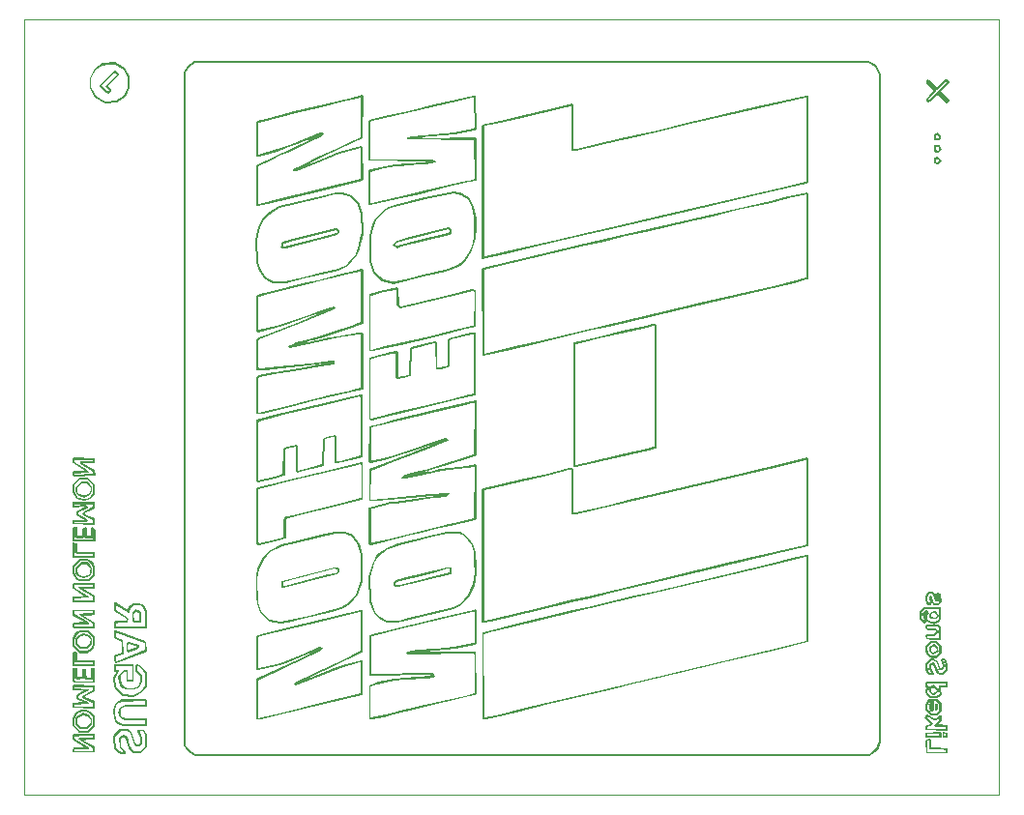
<source format=gbo>
G04 Layer: BottomSilkscreenLayer*
G04 EasyEDA v6.5.37, 2024-09-25 03:55:15*
G04 7e8e10f67f6b4ae2816efe54b0c62c6c,10*
G04 Gerber Generator version 0.2*
G04 Scale: 100 percent, Rotated: No, Reflected: No *
G04 Dimensions in inches *
G04 leading zeros omitted , absolute positions ,3 integer and 6 decimal *
%FSLAX36Y36*%
%MOIN*%

%ADD10C,0.0001*%

%LPD*%
G36*
X288660Y-298580D02*
G01*
X288660Y-301340D01*
X3648220Y-302480D01*
X3648220Y-2970320D01*
X291780Y-2970320D01*
X291780Y-301340D01*
X288660Y-301340D01*
X288660Y-2975000D01*
X3651340Y-2975000D01*
X3651340Y-298580D01*
G37*
G36*
X3196700Y-440340D02*
G01*
X875879Y-442320D01*
X850920Y-457000D01*
X837660Y-481640D01*
X837660Y-483400D01*
X843720Y-483400D01*
X856360Y-461019D01*
X879380Y-448300D01*
X3197240Y-448300D01*
X3221019Y-461120D01*
X3234900Y-488800D01*
X3234760Y-2788620D01*
X3225120Y-2813580D01*
X3199820Y-2831500D01*
X879380Y-2831500D01*
X857159Y-2819160D01*
X845759Y-2801100D01*
X843720Y-483400D01*
X837660Y-483400D01*
X837660Y-2800920D01*
X853820Y-2825520D01*
X878139Y-2837740D01*
X3202500Y-2837740D01*
X3230160Y-2818260D01*
X3240840Y-2791740D01*
X3241139Y-487239D01*
X3225600Y-456260D01*
G37*
G36*
X600620Y-446580D02*
G01*
X558480Y-449460D01*
X530340Y-467800D01*
X513240Y-500300D01*
X513240Y-532620D01*
X519480Y-532620D01*
X519480Y-502500D01*
X535200Y-472480D01*
X558920Y-457000D01*
X576420Y-454799D01*
X600980Y-454540D01*
X630200Y-470340D01*
X645780Y-499000D01*
X645660Y-534860D01*
X632560Y-560460D01*
X606060Y-578900D01*
X569500Y-581180D01*
X537420Y-563960D01*
X519480Y-532620D01*
X513240Y-532620D01*
X513240Y-535240D01*
X532860Y-568980D01*
X568620Y-588440D01*
X608620Y-585280D01*
X637160Y-565400D01*
X651900Y-536420D01*
X652060Y-496500D01*
X639040Y-472480D01*
X633280Y-464099D01*
G37*
G36*
X600320Y-474820D02*
G01*
X549120Y-523740D01*
X549120Y-529140D01*
X555360Y-529140D01*
X555360Y-526840D01*
X601780Y-482720D01*
X606580Y-488080D01*
X569540Y-527060D01*
X569400Y-531920D01*
X580320Y-542500D01*
X580320Y-546560D01*
X575200Y-546560D01*
X555360Y-529140D01*
X549120Y-529140D01*
X549120Y-531340D01*
X569620Y-550960D01*
X578740Y-554740D01*
X586500Y-549640D01*
X588520Y-541640D01*
X576700Y-529560D01*
X608040Y-495880D01*
X614640Y-489920D01*
X614640Y-486640D01*
X603080Y-474820D01*
G37*
G36*
X3463460Y-504460D02*
G01*
X3434580Y-533200D01*
X3408820Y-507440D01*
X3401320Y-505560D01*
X3397120Y-511280D01*
X3397120Y-516719D01*
X3403360Y-516719D01*
X3403360Y-513800D01*
X3406460Y-513800D01*
X3432380Y-540320D01*
X3436840Y-540320D01*
X3465419Y-511860D01*
X3469120Y-514140D01*
X3438660Y-545140D01*
X3460360Y-567620D01*
X3469440Y-577760D01*
X3465320Y-577760D01*
X3436280Y-549280D01*
X3406480Y-576200D01*
X3404920Y-576200D01*
X3404920Y-572960D01*
X3431440Y-545460D01*
X3431440Y-542600D01*
X3403360Y-516719D01*
X3397120Y-516719D01*
X3397120Y-519720D01*
X3422080Y-543200D01*
X3422080Y-545900D01*
X3406300Y-561380D01*
X3397120Y-575180D01*
X3397120Y-580760D01*
X3403159Y-584000D01*
X3410820Y-581080D01*
X3435320Y-559040D01*
X3437100Y-559040D01*
X3467480Y-587540D01*
X3476660Y-578740D01*
X3476660Y-575720D01*
X3448100Y-544780D01*
X3476660Y-516079D01*
X3476660Y-512840D01*
X3467919Y-504460D01*
G37*
G36*
X1453860Y-559640D02*
G01*
X1407740Y-571140D01*
X1219000Y-616860D01*
X1133220Y-638460D01*
X1091640Y-649120D01*
X1089080Y-651840D01*
X1088066Y-763100D01*
X1093340Y-763100D01*
X1095400Y-656520D01*
X1097480Y-654220D01*
X1239280Y-618660D01*
X1298560Y-604360D01*
X1387460Y-582700D01*
X1435800Y-571280D01*
X1444840Y-568400D01*
X1449060Y-568400D01*
X1449019Y-701760D01*
X1446720Y-705320D01*
X1403060Y-725580D01*
X1371860Y-740300D01*
X1301680Y-772980D01*
X1244885Y-800800D01*
X1261380Y-800800D01*
X1263460Y-798720D01*
X1265540Y-800800D01*
X1244885Y-800800D01*
X1215120Y-815380D01*
X1215120Y-820740D01*
X1220040Y-822620D01*
X1228280Y-822620D01*
X1293880Y-795699D01*
X1374980Y-761940D01*
X1423320Y-749080D01*
X1445100Y-743080D01*
X1449060Y-743080D01*
X1449060Y-849140D01*
X1448040Y-849140D01*
X1311040Y-883259D01*
X1162860Y-919160D01*
X1109840Y-931780D01*
X1098560Y-934920D01*
X1093420Y-934920D01*
X1094240Y-804900D01*
X1139460Y-783760D01*
X1175340Y-766740D01*
X1203420Y-753640D01*
X1286080Y-714740D01*
X1306360Y-703660D01*
X1319600Y-694580D01*
X1319600Y-691860D01*
X1317720Y-686940D01*
X1312440Y-686940D01*
X1309480Y-689720D01*
X1194060Y-735680D01*
X1162860Y-746400D01*
X1096140Y-764840D01*
X1093340Y-763100D01*
X1088066Y-763100D01*
X1088000Y-770380D01*
X1097520Y-771300D01*
X1159740Y-754180D01*
X1192500Y-743460D01*
X1239380Y-724520D01*
X1268600Y-713379D01*
X1268660Y-713439D01*
X1270740Y-713439D01*
X1272820Y-711380D01*
X1274900Y-713439D01*
X1268660Y-713439D01*
X1270000Y-714800D01*
X1095200Y-797180D01*
X1087220Y-802420D01*
X1087220Y-937440D01*
X1091360Y-943120D01*
X1126980Y-934640D01*
X1306360Y-891160D01*
X1452960Y-855020D01*
X1456900Y-850060D01*
X1456080Y-737960D01*
X1450940Y-734720D01*
X1373120Y-755620D01*
X1312600Y-780819D01*
X1267640Y-799260D01*
X1266100Y-797700D01*
X1317260Y-773160D01*
X1423320Y-723580D01*
X1454520Y-708000D01*
X1456960Y-563380D01*
G37*
G36*
X1836579Y-560460D02*
G01*
X1700960Y-592560D01*
X1612060Y-613700D01*
X1530160Y-633280D01*
X1479480Y-645300D01*
X1475580Y-648319D01*
X1475580Y-785020D01*
X1478160Y-786620D01*
X1674340Y-788820D01*
X1668200Y-791200D01*
X1607380Y-794640D01*
X1564220Y-797640D01*
X1533920Y-803720D01*
X1482600Y-816440D01*
X1475580Y-819440D01*
X1475580Y-931800D01*
X1481780Y-931800D01*
X1482600Y-823640D01*
X1527820Y-811860D01*
X1566819Y-804120D01*
X1622960Y-800699D01*
X1635440Y-799419D01*
X1669760Y-797380D01*
X1704079Y-793020D01*
X1706420Y-793000D01*
X1706420Y-787320D01*
X1694300Y-780520D01*
X1481819Y-780520D01*
X1481819Y-652560D01*
X1488839Y-649700D01*
X1778940Y-580880D01*
X1832360Y-568420D01*
X1839040Y-567620D01*
X1839760Y-672940D01*
X1835080Y-674280D01*
X1769580Y-689820D01*
X1663520Y-697760D01*
X1624520Y-700879D01*
X1607480Y-704140D01*
X1604480Y-707140D01*
X1610180Y-713420D01*
X1839060Y-714220D01*
X1839760Y-846580D01*
X1835860Y-850480D01*
X1817920Y-854000D01*
X1813800Y-855380D01*
X1753980Y-869360D01*
X1655720Y-892680D01*
X1602700Y-905420D01*
X1501320Y-928680D01*
X1488839Y-931740D01*
X1475580Y-931800D01*
X1475580Y-938139D01*
X1480560Y-940060D01*
X1569940Y-919740D01*
X1651040Y-900660D01*
X1750860Y-876919D01*
X1822620Y-859960D01*
X1844220Y-855220D01*
X1846780Y-853640D01*
X1846780Y-709160D01*
X1842040Y-705220D01*
X1666639Y-707240D01*
X1655720Y-704680D01*
X1688480Y-702640D01*
X1730580Y-699440D01*
X1771140Y-696080D01*
X1838200Y-680460D01*
X1846819Y-677180D01*
X1846000Y-561380D01*
G37*
G36*
X2983020Y-560500D02*
G01*
X2816139Y-599740D01*
X2574380Y-655620D01*
X2469880Y-680420D01*
X2391900Y-697960D01*
X2343540Y-710180D01*
X2260240Y-729080D01*
X2194300Y-744640D01*
X2182120Y-744640D01*
X2182080Y-594140D01*
X2179400Y-589920D01*
X2112720Y-605720D01*
X1997300Y-632200D01*
X1945760Y-644599D01*
X1869400Y-660720D01*
X1865500Y-663920D01*
X1865500Y-1117620D01*
X1873300Y-1117620D01*
X1873300Y-666900D01*
X1894360Y-662120D01*
X1945820Y-651280D01*
X2005100Y-637240D01*
X2142340Y-605640D01*
X2172540Y-598040D01*
X2174320Y-598040D01*
X2174320Y-748700D01*
X2178060Y-752440D01*
X2189760Y-752440D01*
X2288960Y-729220D01*
X2332620Y-719520D01*
X2407500Y-701220D01*
X2505760Y-678880D01*
X2583740Y-660220D01*
X2792740Y-611960D01*
X2979900Y-568260D01*
X2983800Y-566940D01*
X2983800Y-857039D01*
X2979900Y-858460D01*
X2915960Y-873900D01*
X2727220Y-917880D01*
X2526040Y-964900D01*
X2284280Y-1022120D01*
X2225020Y-1034880D01*
X2128300Y-1058000D01*
X1948940Y-1100060D01*
X1878760Y-1115980D01*
X1873300Y-1117620D01*
X1865500Y-1117620D01*
X1865500Y-1123020D01*
X1868980Y-1126500D01*
X1881740Y-1122000D01*
X1958300Y-1104740D01*
X2023820Y-1089160D01*
X2136100Y-1063020D01*
X2220340Y-1042800D01*
X2279600Y-1029920D01*
X2529140Y-970960D01*
X2795860Y-908600D01*
X2852000Y-895720D01*
X2983020Y-864720D01*
X2990020Y-861700D01*
X2990860Y-637800D01*
X2990820Y-561380D01*
G37*
G36*
X3436880Y-688940D02*
G01*
X3423480Y-694659D01*
X3424100Y-708760D01*
X3429880Y-708760D01*
X3429880Y-699520D01*
X3435720Y-696400D01*
X3440320Y-701760D01*
X3441920Y-704880D01*
X3440520Y-708760D01*
X3424100Y-708760D01*
X3424420Y-715780D01*
X3443740Y-716720D01*
X3448460Y-708000D01*
X3448580Y-702460D01*
X3440520Y-690280D01*
G37*
G36*
X3443759Y-732020D02*
G01*
X3424420Y-732940D01*
X3424101Y-739960D01*
X3440460Y-739960D01*
X3442340Y-744900D01*
X3442340Y-747280D01*
X3436360Y-752680D01*
X3429880Y-749220D01*
X3429880Y-739960D01*
X3424101Y-739960D01*
X3423480Y-754100D01*
X3434440Y-758680D01*
X3438440Y-758660D01*
X3450340Y-747740D01*
X3448200Y-740740D01*
G37*
G36*
X3438020Y-770759D02*
G01*
X3423500Y-776320D01*
X3424124Y-788160D01*
X3429880Y-788160D01*
X3429880Y-780720D01*
X3436340Y-778680D01*
X3442340Y-784120D01*
X3442260Y-785980D01*
X3435160Y-791120D01*
X3429880Y-788160D01*
X3424124Y-788160D01*
X3424420Y-793780D01*
X3437640Y-798340D01*
X3451760Y-784500D01*
G37*
G36*
X1769280Y-890740D02*
G01*
X1716560Y-901000D01*
X1668400Y-911700D01*
X1563700Y-939539D01*
X1545540Y-944840D01*
X1523140Y-959680D01*
X1499760Y-980320D01*
X1490900Y-999659D01*
X1483640Y-1019920D01*
X1476579Y-1044880D01*
X1476594Y-1046440D01*
X1483200Y-1046440D01*
X1494259Y-1008100D01*
X1505280Y-984060D01*
X1515360Y-975300D01*
X1538340Y-956620D01*
X1552780Y-949440D01*
X1671320Y-917700D01*
X1735260Y-903960D01*
X1769580Y-897520D01*
X1782060Y-900819D01*
X1796100Y-905860D01*
X1812040Y-914700D01*
X1816620Y-920100D01*
X1831660Y-946140D01*
X1838980Y-980819D01*
X1838720Y-1044880D01*
X1833200Y-1071400D01*
X1827700Y-1087000D01*
X1819940Y-1102600D01*
X1801720Y-1132220D01*
X1780500Y-1145280D01*
X1759460Y-1154700D01*
X1737520Y-1161240D01*
X1663520Y-1179440D01*
X1602700Y-1194100D01*
X1565580Y-1203200D01*
X1555760Y-1203200D01*
X1526459Y-1196800D01*
X1498020Y-1170680D01*
X1484180Y-1133780D01*
X1483200Y-1046440D01*
X1476594Y-1046440D01*
X1477420Y-1133400D01*
X1491360Y-1172780D01*
X1522840Y-1202700D01*
X1560760Y-1211140D01*
X1665080Y-1185820D01*
X1739940Y-1167540D01*
X1766459Y-1159220D01*
X1789860Y-1147560D01*
X1807040Y-1136500D01*
X1830820Y-1096360D01*
X1838760Y-1076080D01*
X1843940Y-1054240D01*
X1846320Y-1016800D01*
X1846780Y-986100D01*
X1838500Y-945060D01*
X1819740Y-912320D01*
X1814820Y-908400D01*
X1789860Y-896020D01*
G37*
G36*
X2987220Y-894240D02*
G01*
X2908159Y-911720D01*
X2859800Y-923720D01*
X2290520Y-1056680D01*
X2192260Y-1079980D01*
X2025360Y-1118760D01*
X1872520Y-1154880D01*
X1865780Y-1157760D01*
X1867410Y-1451180D01*
X1873300Y-1451180D01*
X1873300Y-1161680D01*
X1928660Y-1148380D01*
X2220340Y-1080060D01*
X2287400Y-1064280D01*
X2362260Y-1046880D01*
X2444920Y-1027080D01*
X2585299Y-994040D01*
X2661720Y-977200D01*
X2747500Y-956580D01*
X2859800Y-930420D01*
X2933100Y-913020D01*
X2983560Y-902180D01*
X2985360Y-902180D01*
X2984620Y-1044880D01*
X2983759Y-1190200D01*
X2934660Y-1203000D01*
X2870980Y-1217400D01*
X2618060Y-1276540D01*
X2493280Y-1305920D01*
X2366940Y-1335920D01*
X2200060Y-1374580D01*
X2073720Y-1404220D01*
X1981699Y-1426399D01*
X1874620Y-1451180D01*
X1867410Y-1451180D01*
X1867440Y-1456639D01*
X1869620Y-1459040D01*
X1964540Y-1437020D01*
X2048760Y-1417020D01*
X2246840Y-1370220D01*
X2304560Y-1357440D01*
X2540060Y-1301620D01*
X2940899Y-1208080D01*
X2984580Y-1196820D01*
X2991600Y-1193900D01*
X2991600Y-897880D01*
G37*
G36*
X1363540Y-895939D02*
G01*
X1323500Y-903820D01*
X1167540Y-942740D01*
X1145700Y-954180D01*
X1135080Y-961280D01*
X1110220Y-982500D01*
X1093840Y-1016800D01*
X1085412Y-1058920D01*
X1092540Y-1058920D01*
X1100780Y-1016800D01*
X1115380Y-987320D01*
X1133040Y-971580D01*
X1146420Y-961340D01*
X1169100Y-949280D01*
X1306660Y-914720D01*
X1357820Y-903560D01*
X1382860Y-901760D01*
X1409300Y-907400D01*
X1434360Y-931720D01*
X1447380Y-970020D01*
X1450340Y-1035520D01*
X1448940Y-1041760D01*
X1442600Y-1074520D01*
X1431220Y-1108820D01*
X1409300Y-1133360D01*
X1399940Y-1143720D01*
X1371260Y-1157900D01*
X1312600Y-1172000D01*
X1247080Y-1187920D01*
X1189020Y-1203200D01*
X1146780Y-1203200D01*
X1120740Y-1187820D01*
X1107880Y-1167960D01*
X1101260Y-1154980D01*
X1094660Y-1137320D01*
X1092540Y-1058920D01*
X1085412Y-1058920D01*
X1085220Y-1059880D01*
X1088360Y-1140020D01*
X1098660Y-1164980D01*
X1110220Y-1184140D01*
X1116060Y-1192360D01*
X1144280Y-1209440D01*
X1190540Y-1209440D01*
X1251760Y-1193460D01*
X1328180Y-1175060D01*
X1370300Y-1165280D01*
X1406180Y-1147280D01*
X1436060Y-1113520D01*
X1444120Y-1091680D01*
X1448820Y-1076080D01*
X1453760Y-1052680D01*
X1456519Y-1038640D01*
X1456860Y-1028960D01*
X1453620Y-966400D01*
X1439640Y-927920D01*
X1418640Y-906680D01*
X1409300Y-900860D01*
X1388040Y-895939D01*
G37*
G36*
X1752420Y-1014900D02*
G01*
X1604259Y-1052980D01*
X1566819Y-1063660D01*
X1559160Y-1078100D01*
X1559376Y-1078360D01*
X1567600Y-1078360D01*
X1567600Y-1074340D01*
X1571500Y-1069200D01*
X1621399Y-1055240D01*
X1751740Y-1022140D01*
X1754760Y-1024020D01*
X1754760Y-1033259D01*
X1747740Y-1035920D01*
X1652600Y-1059920D01*
X1574840Y-1080180D01*
X1567600Y-1078360D01*
X1559376Y-1078360D01*
X1563700Y-1083580D01*
X1573540Y-1087700D01*
X1588660Y-1083220D01*
X1753280Y-1041280D01*
X1761000Y-1036240D01*
X1760960Y-1021480D01*
X1758660Y-1018060D01*
G37*
G36*
X1361740Y-1017580D02*
G01*
X1226800Y-1052160D01*
X1177220Y-1065780D01*
X1174880Y-1068280D01*
X1173330Y-1079960D01*
X1179680Y-1079960D01*
X1181180Y-1072140D01*
X1183420Y-1070740D01*
X1219000Y-1060980D01*
X1363860Y-1023920D01*
X1367960Y-1027320D01*
X1367860Y-1030840D01*
X1363779Y-1036220D01*
X1291560Y-1054980D01*
X1183680Y-1083280D01*
X1179680Y-1079960D01*
X1173330Y-1079960D01*
X1172780Y-1084160D01*
X1181140Y-1089640D01*
X1190940Y-1088300D01*
X1368360Y-1041860D01*
X1375580Y-1030840D01*
X1375760Y-1025980D01*
X1367000Y-1017580D01*
G37*
G36*
X1447660Y-1159520D02*
G01*
X1429560Y-1164420D01*
X1370300Y-1179580D01*
X1300120Y-1197120D01*
X1262680Y-1206160D01*
X1130100Y-1239120D01*
X1102040Y-1246500D01*
X1093680Y-1248420D01*
X1088780Y-1253320D01*
X1088780Y-1376420D01*
X1092960Y-1378020D01*
X1166900Y-1358980D01*
X1180020Y-1354220D01*
X1270480Y-1323080D01*
X1286080Y-1318260D01*
X1292680Y-1315180D01*
X1298300Y-1316260D01*
X1237720Y-1340280D01*
X1133220Y-1381160D01*
X1095800Y-1395640D01*
X1087220Y-1403420D01*
X1087220Y-1503820D01*
X1092400Y-1508120D01*
X1117620Y-1507800D01*
X1148820Y-1504199D01*
X1204980Y-1498060D01*
X1265800Y-1491699D01*
X1289440Y-1488520D01*
X1297000Y-1491540D01*
X1286080Y-1492200D01*
X1272040Y-1494840D01*
X1214340Y-1504079D01*
X1172220Y-1510600D01*
X1156620Y-1513720D01*
X1144140Y-1516579D01*
X1098920Y-1526420D01*
X1088000Y-1531519D01*
X1086469Y-1653940D01*
X1093420Y-1653940D01*
X1094240Y-1536220D01*
X1102640Y-1532200D01*
X1165980Y-1518520D01*
X1195620Y-1513680D01*
X1331300Y-1491980D01*
X1355460Y-1488200D01*
X1358839Y-1484100D01*
X1357820Y-1476920D01*
X1345180Y-1475980D01*
X1275160Y-1483880D01*
X1236068Y-1488140D01*
X1300120Y-1488140D01*
X1308700Y-1486840D01*
X1317260Y-1488140D01*
X1236068Y-1488140D01*
X1161300Y-1496240D01*
X1099640Y-1502740D01*
X1093460Y-1499420D01*
X1093460Y-1406440D01*
X1098920Y-1401540D01*
X1131660Y-1388980D01*
X1251760Y-1341720D01*
X1299040Y-1323580D01*
X1309480Y-1318720D01*
X1354700Y-1299060D01*
X1360800Y-1295520D01*
X1356360Y-1290180D01*
X1341519Y-1291940D01*
X1295440Y-1307460D01*
X1276705Y-1313940D01*
X1298820Y-1313940D01*
X1300700Y-1312040D01*
X1304640Y-1313360D01*
X1300680Y-1315800D01*
X1298820Y-1313940D01*
X1276705Y-1313940D01*
X1176900Y-1348480D01*
X1158180Y-1354600D01*
X1097720Y-1370020D01*
X1095020Y-1368340D01*
X1095020Y-1256400D01*
X1098520Y-1254240D01*
X1131660Y-1245360D01*
X1264240Y-1212400D01*
X1301680Y-1203360D01*
X1396819Y-1179680D01*
X1445020Y-1167320D01*
X1449060Y-1167320D01*
X1449060Y-1343560D01*
X1448000Y-1343560D01*
X1407740Y-1357840D01*
X1371860Y-1370220D01*
X1325060Y-1385460D01*
X1267360Y-1401440D01*
X1225828Y-1413380D01*
X1248640Y-1413380D01*
X1254160Y-1411960D01*
X1258000Y-1413500D01*
X1248640Y-1413380D01*
X1225828Y-1413380D01*
X1213140Y-1417020D01*
X1197960Y-1424720D01*
X1197960Y-1429280D01*
X1205800Y-1431260D01*
X1342220Y-1401440D01*
X1371860Y-1396740D01*
X1415520Y-1390080D01*
X1442040Y-1385680D01*
X1449060Y-1385680D01*
X1449060Y-1569319D01*
X1435800Y-1572840D01*
X1401500Y-1580820D01*
X1364060Y-1589820D01*
X1335980Y-1596399D01*
X1298560Y-1605420D01*
X1270480Y-1611980D01*
X1181580Y-1633860D01*
X1123860Y-1647520D01*
X1106720Y-1651220D01*
X1097660Y-1653940D01*
X1086469Y-1653940D01*
X1086440Y-1656279D01*
X1087540Y-1660180D01*
X1100780Y-1660180D01*
X1109840Y-1657340D01*
X1139460Y-1650680D01*
X1203420Y-1635400D01*
X1292320Y-1613580D01*
X1408120Y-1586000D01*
X1452960Y-1575400D01*
X1456860Y-1570680D01*
X1456860Y-1384379D01*
X1454960Y-1379440D01*
X1440860Y-1379440D01*
X1368740Y-1390520D01*
X1339100Y-1395280D01*
X1269060Y-1410780D01*
X1261120Y-1409540D01*
X1272820Y-1409079D01*
X1272820Y-1406200D01*
X1282960Y-1404100D01*
X1331300Y-1390480D01*
X1428000Y-1357880D01*
X1454460Y-1348060D01*
X1456819Y-1344340D01*
X1456860Y-1164460D01*
X1454960Y-1159520D01*
G37*
G36*
X1574199Y-1223300D02*
G01*
X1515360Y-1235860D01*
X1476360Y-1246400D01*
X1476360Y-1435680D01*
X1481819Y-1435680D01*
X1481819Y-1251540D01*
X1483180Y-1251540D01*
X1529379Y-1239180D01*
X1568779Y-1231400D01*
X1572720Y-1230480D01*
X1572040Y-1282060D01*
X1574060Y-1290060D01*
X1585040Y-1295300D01*
X1792980Y-1245200D01*
X1835340Y-1235420D01*
X1840540Y-1237400D01*
X1839840Y-1257000D01*
X1838200Y-1353620D01*
X1830400Y-1355820D01*
X1761780Y-1371680D01*
X1683800Y-1390480D01*
X1530940Y-1426420D01*
X1485900Y-1437260D01*
X1481819Y-1435680D01*
X1476360Y-1435680D01*
X1476360Y-1442600D01*
X1487700Y-1443560D01*
X1521579Y-1435380D01*
X1566819Y-1424880D01*
X1599580Y-1417040D01*
X1699400Y-1393620D01*
X1752420Y-1380820D01*
X1810140Y-1366620D01*
X1844440Y-1359740D01*
X1846120Y-1277280D01*
X1846000Y-1230480D01*
X1830500Y-1229500D01*
X1739940Y-1251300D01*
X1588660Y-1287540D01*
X1580860Y-1286639D01*
X1579300Y-1224280D01*
G37*
G36*
X2455140Y-1348240D02*
G01*
X2430880Y-1354340D01*
X2363820Y-1370240D01*
X2260880Y-1394820D01*
X2201620Y-1408700D01*
X2182120Y-1412620D01*
X2182120Y-1833920D01*
X2188340Y-1833920D01*
X2189140Y-1417740D01*
X2203180Y-1415180D01*
X2268680Y-1399720D01*
X2360700Y-1377740D01*
X2419980Y-1363680D01*
X2458160Y-1354280D01*
X2461300Y-1356220D01*
X2461300Y-1768980D01*
X2456980Y-1772560D01*
X2421540Y-1781840D01*
X2387220Y-1789980D01*
X2190700Y-1835900D01*
X2188340Y-1833920D01*
X2182120Y-1833920D01*
X2182120Y-1841200D01*
X2186960Y-1843060D01*
X2203180Y-1839660D01*
X2410620Y-1791240D01*
X2440240Y-1783660D01*
X2465000Y-1777000D01*
X2467540Y-1775420D01*
X2467440Y-1353700D01*
X2463300Y-1348240D01*
G37*
G36*
X1827500Y-1379259D02*
G01*
X1750860Y-1398620D01*
X1748580Y-1402060D01*
X1748520Y-1490100D01*
X1739760Y-1494640D01*
X1715080Y-1499280D01*
X1712660Y-1497780D01*
X1712660Y-1412300D01*
X1705900Y-1408680D01*
X1688480Y-1412520D01*
X1620180Y-1429180D01*
X1616920Y-1432440D01*
X1614259Y-1517460D01*
X1612920Y-1523899D01*
X1590220Y-1529120D01*
X1576960Y-1531120D01*
X1576960Y-1444840D01*
X1572300Y-1443060D01*
X1551220Y-1446579D01*
X1476360Y-1464620D01*
X1476360Y-1672480D01*
X1481819Y-1672480D01*
X1481819Y-1473240D01*
X1486459Y-1468600D01*
X1496639Y-1466459D01*
X1554100Y-1452540D01*
X1569160Y-1450740D01*
X1569160Y-1533240D01*
X1573200Y-1538779D01*
X1593340Y-1535240D01*
X1617380Y-1528860D01*
X1620160Y-1525260D01*
X1624000Y-1436360D01*
X1626080Y-1434379D01*
X1700600Y-1416459D01*
X1705640Y-1416080D01*
X1707200Y-1505000D01*
X1728820Y-1504259D01*
X1746140Y-1499240D01*
X1754760Y-1494780D01*
X1754760Y-1406339D01*
X1758660Y-1403300D01*
X1829580Y-1385680D01*
X1838980Y-1385680D01*
X1838460Y-1576740D01*
X1837240Y-1588260D01*
X1821040Y-1592760D01*
X1761780Y-1607060D01*
X1677560Y-1627220D01*
X1587100Y-1649079D01*
X1484760Y-1674300D01*
X1481819Y-1672480D01*
X1476360Y-1672480D01*
X1476360Y-1679680D01*
X1486960Y-1680680D01*
X1512240Y-1674300D01*
X1619840Y-1647960D01*
X1782060Y-1608899D01*
X1841220Y-1594500D01*
X1845180Y-1591200D01*
X1846060Y-1472240D01*
X1846000Y-1380220D01*
G37*
G36*
X1447560Y-1591560D02*
G01*
X1321940Y-1622540D01*
X1151940Y-1663420D01*
X1089560Y-1679340D01*
X1087260Y-1682800D01*
X1087220Y-1887380D01*
X1093460Y-1887380D01*
X1093460Y-1687080D01*
X1097360Y-1684000D01*
X1180020Y-1663540D01*
X1323500Y-1628959D01*
X1446120Y-1598660D01*
X1449019Y-1603260D01*
X1449019Y-1799780D01*
X1446720Y-1803200D01*
X1378100Y-1820540D01*
X1364840Y-1822660D01*
X1364840Y-1733820D01*
X1360140Y-1732020D01*
X1343779Y-1735100D01*
X1319580Y-1741639D01*
X1317640Y-1744760D01*
X1315700Y-1832520D01*
X1279840Y-1842360D01*
X1243960Y-1851759D01*
X1232260Y-1853940D01*
X1232260Y-1768180D01*
X1228060Y-1764700D01*
X1209660Y-1767960D01*
X1185920Y-1775700D01*
X1180020Y-1780020D01*
X1178460Y-1866579D01*
X1165020Y-1871060D01*
X1095100Y-1889019D01*
X1093460Y-1887380D01*
X1087220Y-1887380D01*
X1087220Y-1892040D01*
X1094700Y-1896060D01*
X1151940Y-1881360D01*
X1183140Y-1872000D01*
X1186980Y-1868839D01*
X1187820Y-1782660D01*
X1195620Y-1778940D01*
X1223020Y-1771699D01*
X1225980Y-1776380D01*
X1226020Y-1857880D01*
X1230680Y-1861740D01*
X1237720Y-1860240D01*
X1321540Y-1838140D01*
X1322760Y-1836920D01*
X1325060Y-1746800D01*
X1351579Y-1739980D01*
X1358600Y-1739720D01*
X1358600Y-1828440D01*
X1361300Y-1830120D01*
X1384760Y-1825620D01*
X1442040Y-1811320D01*
X1453740Y-1808240D01*
X1453740Y-1591560D01*
G37*
G36*
X1844300Y-1612040D02*
G01*
X1813260Y-1619379D01*
X1713440Y-1643400D01*
X1563700Y-1680180D01*
X1521579Y-1690280D01*
X1476360Y-1701540D01*
X1475540Y-1825280D01*
X1482000Y-1827340D01*
X1498200Y-1825160D01*
X1526260Y-1819240D01*
X1601140Y-1794560D01*
X1673760Y-1770920D01*
X1680680Y-1771060D01*
X1658839Y-1780000D01*
X1629199Y-1791140D01*
X1478779Y-1849319D01*
X1477400Y-1854360D01*
X1476437Y-1951060D01*
X1482600Y-1951060D01*
X1484160Y-1854520D01*
X1501320Y-1847540D01*
X1557460Y-1825800D01*
X1676000Y-1780440D01*
X1748460Y-1752000D01*
X1750380Y-1748880D01*
X1744920Y-1742840D01*
X1738540Y-1742840D01*
X1676608Y-1763120D01*
X1699660Y-1763120D01*
X1701740Y-1761040D01*
X1703820Y-1763120D01*
X1676608Y-1763120D01*
X1667770Y-1766000D01*
X1688480Y-1766000D01*
X1692380Y-1764420D01*
X1696279Y-1766000D01*
X1667770Y-1766000D01*
X1662230Y-1767800D01*
X1687700Y-1767800D01*
X1687700Y-1769019D01*
X1682500Y-1771020D01*
X1679280Y-1767800D01*
X1662230Y-1767800D01*
X1551220Y-1803860D01*
X1524660Y-1812960D01*
X1495080Y-1819000D01*
X1484160Y-1820060D01*
X1484160Y-1706339D01*
X1736819Y-1644500D01*
X1807020Y-1627500D01*
X1838860Y-1620100D01*
X1839760Y-1624840D01*
X1838200Y-1798080D01*
X1700960Y-1843000D01*
X1683800Y-1847560D01*
X1636725Y-1859780D01*
X1666639Y-1859780D01*
X1671320Y-1856759D01*
X1678340Y-1856699D01*
X1678340Y-1859820D01*
X1636725Y-1859780D01*
X1625295Y-1862700D01*
X1657280Y-1862700D01*
X1661380Y-1861060D01*
X1663260Y-1862940D01*
X1657280Y-1862700D01*
X1625295Y-1862700D01*
X1600480Y-1869060D01*
X1587680Y-1877140D01*
X1588899Y-1880880D01*
X1601699Y-1881819D01*
X1654160Y-1870720D01*
X1710320Y-1858260D01*
X1727460Y-1855140D01*
X1752420Y-1852160D01*
X1814820Y-1844240D01*
X1837600Y-1840660D01*
X1839760Y-1843440D01*
X1838959Y-2018920D01*
X1837660Y-2018920D01*
X1771140Y-2035580D01*
X1752420Y-2039580D01*
X1713440Y-2048720D01*
X1606600Y-2074460D01*
X1540300Y-2090520D01*
X1487700Y-2103140D01*
X1483380Y-2103140D01*
X1483380Y-1986519D01*
X1490400Y-1984600D01*
X1552780Y-1969280D01*
X1569940Y-1967320D01*
X1590220Y-1964400D01*
X1638560Y-1958000D01*
X1671320Y-1953520D01*
X1739940Y-1943880D01*
X1753200Y-1936120D01*
X1753200Y-1931900D01*
X1749300Y-1930620D01*
X1688480Y-1934460D01*
X1654160Y-1937840D01*
X1587100Y-1944079D01*
X1557460Y-1947020D01*
X1484880Y-1953959D01*
X1482600Y-1951060D01*
X1476437Y-1951060D01*
X1476360Y-1958860D01*
X1504440Y-1958540D01*
X1543420Y-1955020D01*
X1626080Y-1947180D01*
X1690120Y-1940920D01*
X1708500Y-1940920D01*
X1707040Y-1942380D01*
X1684180Y-1944100D01*
X1682060Y-1945420D01*
X1610500Y-1955100D01*
X1565260Y-1961020D01*
X1551220Y-1962940D01*
X1479480Y-1980360D01*
X1475580Y-1983420D01*
X1475580Y-2105660D01*
X1479860Y-2111520D01*
X1498200Y-2107480D01*
X1624520Y-2076780D01*
X1658839Y-2068660D01*
X1708760Y-2056519D01*
X1755540Y-2045500D01*
X1769580Y-2042460D01*
X1841320Y-2024800D01*
X1846780Y-2021920D01*
X1846740Y-1837200D01*
X1844040Y-1832940D01*
X1811699Y-1837840D01*
X1788300Y-1841020D01*
X1722780Y-1848980D01*
X1697840Y-1853779D01*
X1686740Y-1857000D01*
X1679120Y-1855700D01*
X1688480Y-1853320D01*
X1733700Y-1839180D01*
X1842580Y-1803660D01*
X1846780Y-1800180D01*
X1846780Y-1613580D01*
G37*
G36*
X2987120Y-1809700D02*
G01*
X2908159Y-1828860D01*
X2770899Y-1861540D01*
X2370060Y-1956759D01*
X2298320Y-1973880D01*
X2191360Y-1998640D01*
X2182120Y-1998640D01*
X2182120Y-1851819D01*
X2178880Y-1845780D01*
X2168000Y-1845780D01*
X2081220Y-1867520D01*
X2012800Y-1882980D01*
X1872520Y-1916339D01*
X1865500Y-1919019D01*
X1865500Y-2372640D01*
X1873300Y-2372640D01*
X1873300Y-1922880D01*
X2034720Y-1884740D01*
X2090880Y-1872120D01*
X2164860Y-1853580D01*
X2174300Y-1853580D01*
X2175100Y-2004100D01*
X2192540Y-2005020D01*
X2262440Y-1989100D01*
X2886320Y-1840920D01*
X2982380Y-1817720D01*
X2983800Y-1817720D01*
X2983800Y-2109160D01*
X2978340Y-2110860D01*
X2948700Y-2116980D01*
X2711640Y-2173500D01*
X2357580Y-2257700D01*
X2243720Y-2285400D01*
X2178220Y-2299900D01*
X2062800Y-2327540D01*
X1908400Y-2365060D01*
X1873300Y-2372640D01*
X1865500Y-2372640D01*
X1865500Y-2377740D01*
X1870340Y-2379600D01*
X1897480Y-2374300D01*
X1980140Y-2354440D01*
X2175100Y-2307280D01*
X2237480Y-2293640D01*
X2341980Y-2268280D01*
X2694480Y-2184420D01*
X2944020Y-2124820D01*
X2989260Y-2115200D01*
X2991540Y-2111720D01*
X2991600Y-1813420D01*
G37*
G36*
X458280Y-1809860D02*
G01*
X453980Y-1813420D01*
X453993Y-1817720D01*
X525720Y-1817720D01*
X525720Y-1820820D01*
X480300Y-1820820D01*
X481280Y-1830820D01*
X521820Y-1855120D01*
X525720Y-1860420D01*
X525720Y-1865660D01*
X462560Y-1867100D01*
X460319Y-1863720D01*
X508700Y-1862860D01*
X510439Y-1858320D01*
X504620Y-1850340D01*
X461000Y-1824660D01*
X460000Y-1817720D01*
X453993Y-1817720D01*
X454020Y-1826279D01*
X456320Y-1829740D01*
X498340Y-1854360D01*
X457239Y-1855920D01*
X453600Y-1859580D01*
X455620Y-1870420D01*
X460280Y-1874300D01*
X531180Y-1872000D01*
X533700Y-1870440D01*
X530220Y-1852260D01*
X489140Y-1827840D01*
X532120Y-1826980D01*
X531180Y-1810700D01*
G37*
G36*
X1452820Y-1824160D02*
G01*
X1398380Y-1837600D01*
X1345340Y-1850380D01*
X1190940Y-1888000D01*
X1094240Y-1911680D01*
X1087220Y-1916040D01*
X1087397Y-2098180D01*
X1093420Y-2098180D01*
X1094240Y-1918580D01*
X1225240Y-1886420D01*
X1424880Y-1837940D01*
X1445380Y-1832760D01*
X1450620Y-1834760D01*
X1450580Y-1946380D01*
X1448280Y-1950000D01*
X1389019Y-1964500D01*
X1226800Y-2004660D01*
X1194060Y-2011360D01*
X1189160Y-2012700D01*
X1182360Y-2024800D01*
X1182360Y-2083800D01*
X1155060Y-2090660D01*
X1096380Y-2105940D01*
X1093420Y-2098180D01*
X1087397Y-2098180D01*
X1087400Y-2100800D01*
X1091120Y-2111720D01*
X1097360Y-2112600D01*
X1151940Y-2098240D01*
X1187120Y-2089220D01*
X1190160Y-2087360D01*
X1190160Y-2022520D01*
X1195620Y-2017620D01*
X1212780Y-2014360D01*
X1236160Y-2009340D01*
X1384340Y-1972300D01*
X1451399Y-1956260D01*
X1455300Y-1955060D01*
X1455300Y-1825700D01*
G37*
G36*
X478360Y-1878540D02*
G01*
X453980Y-1902920D01*
X453980Y-1926660D01*
X460220Y-1926660D01*
X460220Y-1906339D01*
X479440Y-1886339D01*
X506320Y-1886339D01*
X525720Y-1905920D01*
X525640Y-1932340D01*
X514540Y-1947120D01*
X501560Y-1950460D01*
X493760Y-1952920D01*
X474360Y-1947420D01*
X471540Y-1945660D01*
X460220Y-1926660D01*
X453980Y-1926660D01*
X453980Y-1929160D01*
X468220Y-1952700D01*
X493260Y-1959720D01*
X517960Y-1953060D01*
X531940Y-1935460D01*
X531960Y-1902780D01*
X507860Y-1878540D01*
G37*
G36*
X483100Y-1891020D02*
G01*
X463100Y-1911000D01*
X464997Y-1923660D01*
X471140Y-1923660D01*
X471140Y-1911940D01*
X484520Y-1898820D01*
X505040Y-1898820D01*
X516360Y-1913360D01*
X516360Y-1922980D01*
X510900Y-1933899D01*
X494380Y-1939820D01*
X476220Y-1934319D01*
X471140Y-1923660D01*
X464997Y-1923660D01*
X465360Y-1926100D01*
X470780Y-1938779D01*
X493380Y-1947120D01*
X516100Y-1939060D01*
X522500Y-1924540D01*
X522600Y-1910460D01*
X506860Y-1891020D01*
G37*
G36*
X454760Y-1963540D02*
G01*
X455660Y-1977400D01*
X458640Y-1981000D01*
X498440Y-1979840D01*
X468020Y-1994400D01*
X468020Y-2009520D01*
X496880Y-2024360D01*
X455580Y-2025240D01*
X453720Y-2032620D01*
X453985Y-2034500D01*
X460220Y-2034500D01*
X460220Y-2031380D01*
X505540Y-2031380D01*
X507360Y-2026680D01*
X502239Y-2018880D01*
X474280Y-2005660D01*
X474260Y-1999100D01*
X505340Y-1984480D01*
X506840Y-1982040D01*
X500780Y-1972060D01*
X461780Y-1974160D01*
X461780Y-1970560D01*
X525720Y-1970560D01*
X525720Y-1979360D01*
X493760Y-1995280D01*
X486540Y-2002060D01*
X492200Y-2008340D01*
X525720Y-2025180D01*
X525720Y-2034500D01*
X453985Y-2034500D01*
X454760Y-2039960D01*
X531960Y-2040800D01*
X531960Y-2020260D01*
X504700Y-2007500D01*
X495620Y-2001980D01*
X532100Y-1983820D01*
X531180Y-1963540D01*
G37*
G36*
X457720Y-2046980D02*
G01*
X453980Y-2050720D01*
X453980Y-2054780D01*
X463340Y-2054780D01*
X463340Y-2082640D01*
X468240Y-2087540D01*
X489080Y-2087480D01*
X492740Y-2085160D01*
X495680Y-2058680D01*
X496100Y-2082640D01*
X501000Y-2087540D01*
X517680Y-2087540D01*
X522600Y-2085640D01*
X522600Y-2057900D01*
X525720Y-2057900D01*
X525720Y-2092220D01*
X460220Y-2092220D01*
X460220Y-2054780D01*
X453980Y-2054780D01*
X453980Y-2096279D01*
X457720Y-2100020D01*
X531700Y-2100020D01*
X533280Y-2096120D01*
X533480Y-2058680D01*
X529560Y-2050880D01*
X520860Y-2049880D01*
X516360Y-2053600D01*
X516360Y-2079740D01*
X503900Y-2079740D01*
X503840Y-2054000D01*
X501040Y-2049580D01*
X489099Y-2054120D01*
X488480Y-2058680D01*
X486480Y-2079740D01*
X471140Y-2079740D01*
X471140Y-2048880D01*
X466200Y-2046980D01*
G37*
G36*
X1745840Y-2064139D02*
G01*
X1591780Y-2102580D01*
X1574400Y-2105980D01*
X1537180Y-2120520D01*
X1506160Y-2143000D01*
X1489680Y-2170500D01*
X1475960Y-2219320D01*
X1476041Y-2222440D01*
X1482260Y-2222440D01*
X1495800Y-2173260D01*
X1509940Y-2148740D01*
X1540300Y-2126480D01*
X1580720Y-2110540D01*
X1593340Y-2109080D01*
X1711879Y-2079500D01*
X1746920Y-2070380D01*
X1788460Y-2070380D01*
X1803240Y-2079760D01*
X1817640Y-2094560D01*
X1829800Y-2110660D01*
X1837100Y-2135100D01*
X1838899Y-2172540D01*
X1840360Y-2206860D01*
X1834180Y-2245840D01*
X1817160Y-2281160D01*
X1803320Y-2299160D01*
X1786459Y-2314480D01*
X1766860Y-2325980D01*
X1602700Y-2366340D01*
X1580860Y-2371400D01*
X1538220Y-2371400D01*
X1513800Y-2360220D01*
X1498940Y-2342020D01*
X1483760Y-2303560D01*
X1482260Y-2222440D01*
X1476041Y-2222440D01*
X1478280Y-2308240D01*
X1493180Y-2345560D01*
X1510680Y-2366380D01*
X1539240Y-2379200D01*
X1575280Y-2379200D01*
X1618280Y-2369600D01*
X1767080Y-2332560D01*
X1780500Y-2325720D01*
X1797660Y-2313980D01*
X1812020Y-2298880D01*
X1823260Y-2283780D01*
X1839600Y-2250900D01*
X1846399Y-2209980D01*
X1846780Y-2189260D01*
X1843520Y-2134580D01*
X1836220Y-2108040D01*
X1821100Y-2088320D01*
X1807140Y-2074700D01*
X1791459Y-2064139D01*
G37*
G36*
X1359300Y-2064139D02*
G01*
X1323500Y-2073500D01*
X1217440Y-2099720D01*
X1174920Y-2109560D01*
X1131660Y-2130680D01*
X1106720Y-2158960D01*
X1092120Y-2191520D01*
X1086440Y-2222440D01*
X1086516Y-2228680D01*
X1092460Y-2228680D01*
X1098300Y-2194380D01*
X1112920Y-2161620D01*
X1135360Y-2136380D01*
X1177920Y-2115620D01*
X1233040Y-2102920D01*
X1362260Y-2070380D01*
X1392980Y-2070380D01*
X1417660Y-2082780D01*
X1436140Y-2104740D01*
X1447520Y-2142900D01*
X1447280Y-2234920D01*
X1430820Y-2280380D01*
X1407620Y-2308980D01*
X1380320Y-2326300D01*
X1270480Y-2354140D01*
X1222760Y-2365140D01*
X1170060Y-2376240D01*
X1133280Y-2368460D01*
X1104900Y-2338000D01*
X1094960Y-2308240D01*
X1092460Y-2228680D01*
X1086516Y-2228680D01*
X1087260Y-2287960D01*
X1090140Y-2316040D01*
X1100480Y-2343160D01*
X1131400Y-2374880D01*
X1170580Y-2382880D01*
X1197180Y-2377440D01*
X1247080Y-2366520D01*
X1348460Y-2341480D01*
X1382760Y-2332220D01*
X1412420Y-2313840D01*
X1437320Y-2282520D01*
X1452940Y-2239600D01*
X1454640Y-2174100D01*
X1455300Y-2144840D01*
X1442940Y-2104700D01*
X1439520Y-2098320D01*
X1420780Y-2076560D01*
X1396100Y-2064139D01*
G37*
G36*
X455640Y-2102960D02*
G01*
X454055Y-2109380D01*
X463340Y-2109380D01*
X463340Y-2136100D01*
X466560Y-2142120D01*
X525720Y-2142120D01*
X525720Y-2148360D01*
X460220Y-2148360D01*
X460220Y-2109380D01*
X454055Y-2109380D01*
X453860Y-2110160D01*
X454760Y-2153820D01*
X531960Y-2154660D01*
X531960Y-2135880D01*
X471240Y-2135880D01*
X470360Y-2103920D01*
G37*
G36*
X2986560Y-2144780D02*
G01*
X2950260Y-2153260D01*
X2833279Y-2181100D01*
X2474560Y-2267140D01*
X2379420Y-2288560D01*
X2245280Y-2321220D01*
X2165740Y-2340240D01*
X1987940Y-2382520D01*
X1883440Y-2407060D01*
X1866279Y-2412740D01*
X1866279Y-2419500D01*
X1871360Y-2419500D01*
X1874079Y-2417040D01*
X1889680Y-2411860D01*
X1964540Y-2394580D01*
X2186020Y-2341940D01*
X2293540Y-2316660D01*
X2391900Y-2292120D01*
X2452720Y-2279120D01*
X2886320Y-2175260D01*
X2981400Y-2152660D01*
X2985360Y-2151140D01*
X2983759Y-2440920D01*
X2891000Y-2463660D01*
X2290520Y-2607140D01*
X2017580Y-2672540D01*
X1913080Y-2697180D01*
X1873680Y-2706220D01*
X1871360Y-2419500D01*
X1866279Y-2419500D01*
X1866279Y-2712200D01*
X1880320Y-2711680D01*
X1983260Y-2687860D01*
X2097120Y-2660220D01*
X2315480Y-2608159D01*
X2376300Y-2593039D01*
X2561900Y-2549360D01*
X2685120Y-2519420D01*
X2870680Y-2475740D01*
X2989020Y-2446120D01*
X2991600Y-2444520D01*
X2991600Y-2146700D01*
G37*
G36*
X479780Y-2157720D02*
G01*
X453980Y-2183380D01*
X453980Y-2205840D01*
X460220Y-2205840D01*
X460220Y-2185160D01*
X480340Y-2165520D01*
X504219Y-2165520D01*
X519159Y-2173920D01*
X525720Y-2187440D01*
X525720Y-2213200D01*
X508780Y-2229940D01*
X477760Y-2228220D01*
X471580Y-2224920D01*
X460220Y-2205840D01*
X453980Y-2205840D01*
X453980Y-2208140D01*
X468200Y-2232400D01*
X485959Y-2236180D01*
X511599Y-2236480D01*
X531960Y-2216300D01*
X531960Y-2186220D01*
X525260Y-2170060D01*
X504500Y-2157720D01*
G37*
G36*
X483380Y-2170200D02*
G01*
X464900Y-2187840D01*
X464900Y-2203540D01*
X471140Y-2203540D01*
X471140Y-2191120D01*
X484520Y-2178000D01*
X505180Y-2178000D01*
X516360Y-2193240D01*
X516060Y-2202180D01*
X512980Y-2211700D01*
X495080Y-2218800D01*
X478160Y-2213860D01*
X471140Y-2203540D01*
X464900Y-2203540D01*
X464900Y-2207200D01*
X474460Y-2219320D01*
X495720Y-2225960D01*
X517680Y-2216800D01*
X522440Y-2205300D01*
X522600Y-2190340D01*
X509640Y-2173160D01*
X504099Y-2170200D01*
G37*
G36*
X1357820Y-2187320D02*
G01*
X1176900Y-2234560D01*
X1174820Y-2236480D01*
X1173130Y-2250520D01*
X1180020Y-2250520D01*
X1181100Y-2241160D01*
X1182080Y-2240140D01*
X1359379Y-2193560D01*
X1367180Y-2194380D01*
X1368100Y-2200720D01*
X1360940Y-2207260D01*
X1336200Y-2212640D01*
X1186400Y-2251440D01*
X1180020Y-2250520D01*
X1173130Y-2250520D01*
X1172760Y-2253640D01*
X1182320Y-2259260D01*
X1339100Y-2218800D01*
X1364060Y-2213140D01*
X1375960Y-2202400D01*
X1374180Y-2195300D01*
X1371160Y-2187360D01*
G37*
G36*
X1743460Y-2187360D02*
G01*
X1604259Y-2223600D01*
X1567140Y-2233360D01*
X1561620Y-2241160D01*
X1559720Y-2247760D01*
X1560062Y-2248180D01*
X1567600Y-2248180D01*
X1567600Y-2244100D01*
X1571500Y-2238980D01*
X1693160Y-2207440D01*
X1745220Y-2193600D01*
X1754760Y-2193600D01*
X1754760Y-2204020D01*
X1583800Y-2248180D01*
X1560062Y-2248180D01*
X1565380Y-2254740D01*
X1579300Y-2256260D01*
X1757100Y-2210580D01*
X1761000Y-2209300D01*
X1761000Y-2187360D01*
G37*
G36*
X458280Y-2241880D02*
G01*
X453980Y-2245440D01*
X454020Y-2259880D01*
X456320Y-2263440D01*
X492200Y-2284260D01*
X495160Y-2287180D01*
X462560Y-2287480D01*
X454760Y-2289640D01*
X454112Y-2296400D01*
X459840Y-2296400D01*
X461000Y-2295260D01*
X504680Y-2293240D01*
X511680Y-2291800D01*
X511680Y-2287620D01*
X461780Y-2258860D01*
X461780Y-2254680D01*
X459880Y-2249740D01*
X525720Y-2249740D01*
X525720Y-2255980D01*
X475580Y-2255980D01*
X476620Y-2261340D01*
X524940Y-2289600D01*
X525920Y-2301220D01*
X461680Y-2301220D01*
X459840Y-2296400D01*
X454112Y-2296400D01*
X453760Y-2300080D01*
X455600Y-2307460D01*
X531960Y-2307460D01*
X531960Y-2285900D01*
X492740Y-2263000D01*
X532120Y-2262120D01*
X531180Y-2242720D01*
G37*
G36*
X3404980Y-2273140D02*
G01*
X3395820Y-2289160D01*
X3393880Y-2299560D01*
X3394975Y-2302320D01*
X3401480Y-2302320D01*
X3401480Y-2292060D01*
X3408600Y-2279380D01*
X3418840Y-2279380D01*
X3422620Y-2286400D01*
X3424320Y-2291860D01*
X3432980Y-2291860D01*
X3432980Y-2293420D01*
X3431440Y-2293420D01*
X3431440Y-2291860D01*
X3424320Y-2291860D01*
X3427940Y-2303460D01*
X3432500Y-2306360D01*
X3441100Y-2304200D01*
X3437180Y-2281720D01*
X3442340Y-2286000D01*
X3442340Y-2306960D01*
X3436400Y-2312360D01*
X3426120Y-2311360D01*
X3414780Y-2285000D01*
X3410800Y-2283680D01*
X3408180Y-2287900D01*
X3410059Y-2312140D01*
X3406560Y-2312140D01*
X3401480Y-2302320D01*
X3394975Y-2302320D01*
X3401040Y-2317600D01*
X3415059Y-2317600D01*
X3416620Y-2305120D01*
X3421820Y-2318380D01*
X3440560Y-2318380D01*
X3450100Y-2306800D01*
X3448380Y-2284840D01*
X3447020Y-2278000D01*
X3433759Y-2275220D01*
X3429800Y-2278260D01*
X3431480Y-2289520D01*
X3428279Y-2282180D01*
X3421860Y-2273140D01*
G37*
G36*
X599480Y-2309020D02*
G01*
X597500Y-2330060D01*
X597480Y-2333940D01*
X603520Y-2333940D01*
X605680Y-2319140D01*
X606140Y-2318540D01*
X646320Y-2345020D01*
X649659Y-2341680D01*
X654740Y-2328500D01*
X668379Y-2318000D01*
X687159Y-2319560D01*
X695140Y-2323280D01*
X705100Y-2341380D01*
X705100Y-2393240D01*
X603720Y-2393240D01*
X603720Y-2381160D01*
X615400Y-2379240D01*
X640360Y-2379160D01*
X644100Y-2376780D01*
X646979Y-2363920D01*
X645040Y-2360940D01*
X603520Y-2333940D01*
X597480Y-2333940D01*
X597480Y-2338080D01*
X639580Y-2365460D01*
X639580Y-2370980D01*
X625120Y-2372960D01*
X601380Y-2373000D01*
X597320Y-2375580D01*
X598260Y-2398700D01*
X707420Y-2399520D01*
X711320Y-2398020D01*
X711320Y-2340120D01*
X700600Y-2318840D01*
X685020Y-2312140D01*
X666060Y-2312140D01*
X649400Y-2323200D01*
X645320Y-2335520D01*
X644200Y-2335520D01*
X604520Y-2309020D01*
G37*
G36*
X3390280Y-2324540D02*
G01*
X3374500Y-2340100D01*
X3375781Y-2361320D01*
X3381520Y-2361320D01*
X3381520Y-2342400D01*
X3393340Y-2330840D01*
X3442340Y-2330840D01*
X3441920Y-2362820D01*
X3440539Y-2370060D01*
X3426500Y-2376080D01*
X3418800Y-2376080D01*
X3408820Y-2370920D01*
X3400240Y-2364580D01*
X3400240Y-2352800D01*
X3406660Y-2349360D01*
X3405700Y-2337860D01*
X3398880Y-2336900D01*
X3389560Y-2341720D01*
X3383116Y-2350780D01*
X3390520Y-2350780D01*
X3396800Y-2344520D01*
X3400260Y-2345680D01*
X3394000Y-2349600D01*
X3393900Y-2356580D01*
X3390520Y-2350780D01*
X3383116Y-2350780D01*
X3382960Y-2351000D01*
X3391060Y-2366980D01*
X3390080Y-2373740D01*
X3381520Y-2361320D01*
X3375781Y-2361320D01*
X3376060Y-2365940D01*
X3385240Y-2377940D01*
X3392420Y-2380680D01*
X3397120Y-2378860D01*
X3397120Y-2371400D01*
X3398880Y-2371400D01*
X3408820Y-2378780D01*
X3423440Y-2384220D01*
X3445520Y-2375560D01*
X3448340Y-2365940D01*
X3447799Y-2325380D01*
G37*
G36*
X1843260Y-2332640D02*
G01*
X1836279Y-2335300D01*
X1721220Y-2362060D01*
X1543420Y-2404160D01*
X1487280Y-2418340D01*
X1477140Y-2421560D01*
X1477140Y-2559740D01*
X1481040Y-2562880D01*
X1689280Y-2559640D01*
X1691339Y-2561680D01*
X1689880Y-2563140D01*
X1641680Y-2566420D01*
X1564440Y-2571000D01*
X1509120Y-2583600D01*
X1493520Y-2587320D01*
X1476360Y-2593840D01*
X1476360Y-2706740D01*
X1481819Y-2706740D01*
X1481819Y-2598960D01*
X1492680Y-2594420D01*
X1565260Y-2577700D01*
X1596459Y-2575680D01*
X1677560Y-2571019D01*
X1698340Y-2567679D01*
X1703660Y-2563800D01*
X1698360Y-2553520D01*
X1483380Y-2555840D01*
X1483380Y-2426200D01*
X1488839Y-2424600D01*
X1577740Y-2402780D01*
X1729800Y-2366840D01*
X1831960Y-2342880D01*
X1840540Y-2341420D01*
X1840540Y-2447480D01*
X1833000Y-2449380D01*
X1772140Y-2463440D01*
X1707200Y-2468180D01*
X1641680Y-2472820D01*
X1608040Y-2476940D01*
X1604480Y-2480500D01*
X1610500Y-2487260D01*
X1838640Y-2485220D01*
X1840540Y-2490200D01*
X1840540Y-2620560D01*
X1836639Y-2623540D01*
X1807020Y-2630280D01*
X1655720Y-2666400D01*
X1585540Y-2683300D01*
X1546540Y-2692600D01*
X1486220Y-2706740D01*
X1476360Y-2706740D01*
X1476360Y-2712200D01*
X1487640Y-2713140D01*
X1526260Y-2703800D01*
X1562140Y-2695620D01*
X1658839Y-2672600D01*
X1822620Y-2633320D01*
X1842880Y-2628360D01*
X1846819Y-2625220D01*
X1846000Y-2479800D01*
X1651040Y-2480260D01*
X1669760Y-2477760D01*
X1736819Y-2472620D01*
X1774259Y-2469900D01*
X1842880Y-2453700D01*
X1846780Y-2450560D01*
X1846780Y-2336160D01*
G37*
G36*
X670960Y-2333520D02*
G01*
X660080Y-2342540D01*
X660050Y-2347580D01*
X665960Y-2347580D01*
X672520Y-2340580D01*
X684820Y-2343700D01*
X684400Y-2365940D01*
X683020Y-2373120D01*
X666880Y-2372180D01*
X665960Y-2347580D01*
X660050Y-2347580D01*
X659860Y-2376160D01*
X667860Y-2379200D01*
X687760Y-2379200D01*
X690240Y-2375300D01*
X692099Y-2345660D01*
X692620Y-2340580D01*
X688720Y-2337440D01*
G37*
G36*
X531960Y-2333920D02*
G01*
X454760Y-2334740D01*
X453840Y-2352360D01*
X462560Y-2358440D01*
X495319Y-2376860D01*
X456320Y-2379580D01*
X454020Y-2383100D01*
X453993Y-2391680D01*
X460000Y-2391680D01*
X461040Y-2386220D01*
X509260Y-2383800D01*
X512340Y-2380740D01*
X507800Y-2376360D01*
X460220Y-2349120D01*
X460220Y-2340200D01*
X525720Y-2340200D01*
X525720Y-2346440D01*
X500000Y-2346840D01*
X478180Y-2348780D01*
X477299Y-2353480D01*
X525660Y-2381540D01*
X525720Y-2391680D01*
X453993Y-2391680D01*
X453980Y-2396240D01*
X460020Y-2399480D01*
X527040Y-2399480D01*
X531960Y-2397580D01*
X531960Y-2377740D01*
X492200Y-2354280D01*
X508100Y-2354240D01*
X531960Y-2352220D01*
G37*
G36*
X1447820Y-2333960D02*
G01*
X1209660Y-2391820D01*
X1105160Y-2418020D01*
X1088000Y-2423640D01*
X1087180Y-2541340D01*
X1095740Y-2543480D01*
X1123860Y-2536340D01*
X1167540Y-2524380D01*
X1198740Y-2513660D01*
X1268920Y-2485280D01*
X1273600Y-2485260D01*
X1242400Y-2500300D01*
X1131660Y-2552480D01*
X1089560Y-2573380D01*
X1087620Y-2615500D01*
X1086747Y-2707160D01*
X1093460Y-2707160D01*
X1093860Y-2624860D01*
X1095800Y-2577120D01*
X1192500Y-2530980D01*
X1303240Y-2478900D01*
X1318260Y-2467920D01*
X1317020Y-2464200D01*
X1305840Y-2463240D01*
X1255072Y-2483700D01*
X1273860Y-2483700D01*
X1275940Y-2481620D01*
X1276460Y-2482140D01*
X1278540Y-2482140D01*
X1280620Y-2480060D01*
X1282700Y-2482140D01*
X1276460Y-2482140D01*
X1278020Y-2483700D01*
X1255072Y-2483700D01*
X1186260Y-2511440D01*
X1156620Y-2520860D01*
X1096260Y-2536720D01*
X1093460Y-2534980D01*
X1093460Y-2429040D01*
X1102040Y-2425660D01*
X1211220Y-2398220D01*
X1284520Y-2380480D01*
X1365620Y-2360720D01*
X1444000Y-2341760D01*
X1449060Y-2341760D01*
X1449060Y-2476820D01*
X1384340Y-2507580D01*
X1297000Y-2547720D01*
X1219900Y-2585659D01*
X1218640Y-2588980D01*
X1221240Y-2596000D01*
X1224260Y-2596000D01*
X1387460Y-2530860D01*
X1445160Y-2516180D01*
X1448280Y-2515680D01*
X1449100Y-2621840D01*
X1323500Y-2652300D01*
X1167540Y-2691000D01*
X1108280Y-2705360D01*
X1093460Y-2707160D01*
X1086747Y-2707160D01*
X1086700Y-2712200D01*
X1103540Y-2713159D01*
X1158180Y-2700140D01*
X1325060Y-2658700D01*
X1449840Y-2628540D01*
X1455300Y-2626980D01*
X1455300Y-2510120D01*
X1450400Y-2508240D01*
X1384340Y-2524780D01*
X1364060Y-2533180D01*
X1268620Y-2571040D01*
X1264240Y-2570940D01*
X1286080Y-2560360D01*
X1353140Y-2529300D01*
X1368740Y-2522260D01*
X1437360Y-2489560D01*
X1451399Y-2483480D01*
X1456080Y-2479240D01*
X1455240Y-2333960D01*
G37*
G36*
X3423540Y-2337080D02*
G01*
X3413500Y-2341340D01*
X3407600Y-2347940D01*
X3407600Y-2350840D01*
X3414040Y-2350840D01*
X3419440Y-2344880D01*
X3428240Y-2344880D01*
X3432980Y-2354080D01*
X3432940Y-2356580D01*
X3430340Y-2360680D01*
X3415059Y-2359700D01*
X3414040Y-2350840D01*
X3407600Y-2350840D01*
X3407600Y-2361040D01*
X3414620Y-2366720D01*
X3435779Y-2366720D01*
X3440620Y-2355020D01*
X3440779Y-2354200D01*
X3431139Y-2337080D01*
G37*
G36*
X3397900Y-2385360D02*
G01*
X3393420Y-2388320D01*
X3394375Y-2393240D01*
X3437180Y-2393240D01*
X3442340Y-2398940D01*
X3442340Y-2432660D01*
X3427880Y-2430660D01*
X3401800Y-2430660D01*
X3401800Y-2425980D01*
X3423340Y-2425980D01*
X3440779Y-2411780D01*
X3440779Y-2407860D01*
X3432200Y-2399760D01*
X3401800Y-2397540D01*
X3401800Y-2393240D01*
X3394375Y-2393240D01*
X3396340Y-2403360D01*
X3405700Y-2405340D01*
X3429480Y-2405720D01*
X3433039Y-2409980D01*
X3422280Y-2418200D01*
X3397900Y-2418240D01*
X3393420Y-2421060D01*
X3396340Y-2436120D01*
X3418180Y-2438080D01*
X3448580Y-2438460D01*
X3448480Y-2395580D01*
X3440280Y-2386220D01*
G37*
G36*
X480180Y-2404160D02*
G01*
X464880Y-2412740D01*
X453980Y-2433460D01*
X453980Y-2454760D01*
X460220Y-2454760D01*
X460220Y-2436960D01*
X470080Y-2416960D01*
X480600Y-2411960D01*
X509460Y-2411960D01*
X525720Y-2428420D01*
X525680Y-2454840D01*
X518700Y-2467120D01*
X504680Y-2475660D01*
X481200Y-2475900D01*
X460220Y-2454760D01*
X453980Y-2454760D01*
X453980Y-2458180D01*
X480120Y-2483700D01*
X503120Y-2483660D01*
X524740Y-2471640D01*
X531700Y-2456400D01*
X531960Y-2425280D01*
X511000Y-2404160D01*
G37*
G36*
X603340Y-2405560D02*
G01*
X598260Y-2406520D01*
X597360Y-2433300D01*
X623200Y-2444000D01*
X624080Y-2481660D01*
X597480Y-2491940D01*
X597540Y-2496740D01*
X603540Y-2496740D01*
X626320Y-2487920D01*
X630300Y-2484800D01*
X629440Y-2439320D01*
X603720Y-2428660D01*
X603720Y-2413300D01*
X610720Y-2415420D01*
X702220Y-2449100D01*
X703100Y-2450160D01*
X704960Y-2473560D01*
X606420Y-2510320D01*
X605620Y-2509440D01*
X603540Y-2496740D01*
X597540Y-2496740D01*
X597660Y-2504760D01*
X599860Y-2517200D01*
X604680Y-2518120D01*
X705440Y-2480500D01*
X711700Y-2477140D01*
X709460Y-2445480D01*
X706040Y-2443360D01*
G37*
G36*
X491560Y-2414560D02*
G01*
X471580Y-2424400D01*
X462939Y-2436880D01*
X464201Y-2450040D01*
X471140Y-2450040D01*
X471140Y-2435940D01*
X477819Y-2428760D01*
X493260Y-2421600D01*
X511440Y-2427740D01*
X516360Y-2440080D01*
X516180Y-2448600D01*
X504780Y-2463420D01*
X484260Y-2463420D01*
X471140Y-2450040D01*
X464201Y-2450040D01*
X464460Y-2452740D01*
X481180Y-2469660D01*
X508100Y-2469660D01*
X522460Y-2451720D01*
X522600Y-2436800D01*
X515080Y-2421940D01*
G37*
G36*
X3411840Y-2441580D02*
G01*
X3393540Y-2460080D01*
X3393864Y-2463200D01*
X3399800Y-2463200D01*
X3414940Y-2447820D01*
X3432380Y-2447820D01*
X3442340Y-2458120D01*
X3442340Y-2481500D01*
X3430520Y-2493060D01*
X3417860Y-2493060D01*
X3408320Y-2489720D01*
X3401820Y-2473560D01*
X3399800Y-2463200D01*
X3393864Y-2463200D01*
X3395280Y-2477000D01*
X3404820Y-2495880D01*
X3414500Y-2499300D01*
X3420520Y-2499300D01*
X3420520Y-2500860D01*
X3418960Y-2500860D01*
X3418960Y-2499300D01*
X3414500Y-2499300D01*
X3418180Y-2500600D01*
X3412480Y-2500860D01*
X3393639Y-2518800D01*
X3393941Y-2522100D01*
X3400160Y-2522100D01*
X3414940Y-2507100D01*
X3421600Y-2507100D01*
X3433759Y-2515920D01*
X3439620Y-2539060D01*
X3442720Y-2542960D01*
X3452480Y-2542920D01*
X3455940Y-2540620D01*
X3460140Y-2528900D01*
X3456600Y-2515680D01*
X3454500Y-2510220D01*
X3460940Y-2510220D01*
X3465740Y-2526380D01*
X3465620Y-2537500D01*
X3454040Y-2552240D01*
X3440000Y-2550360D01*
X3440000Y-2549980D01*
X3423460Y-2516080D01*
X3410460Y-2518160D01*
X3408440Y-2521460D01*
X3406580Y-2537040D01*
X3414320Y-2552320D01*
X3410140Y-2552320D01*
X3403440Y-2545200D01*
X3400160Y-2522100D01*
X3393941Y-2522100D01*
X3395700Y-2541580D01*
X3398880Y-2549980D01*
X3407060Y-2558560D01*
X3421880Y-2558560D01*
X3423740Y-2555560D01*
X3414280Y-2536820D01*
X3414280Y-2524260D01*
X3420580Y-2524260D01*
X3435779Y-2556740D01*
X3452860Y-2558880D01*
X3457580Y-2557780D01*
X3471820Y-2540620D01*
X3471980Y-2523180D01*
X3465700Y-2504900D01*
X3461840Y-2502460D01*
X3450920Y-2502460D01*
X3446480Y-2505280D01*
X3453140Y-2528260D01*
X3451340Y-2535160D01*
X3445580Y-2535160D01*
X3442120Y-2521900D01*
X3438880Y-2510700D01*
X3422860Y-2500860D01*
X3432520Y-2500860D01*
X3450140Y-2482380D01*
X3450140Y-2457040D01*
X3435680Y-2441580D01*
G37*
G36*
X648500Y-2444860D02*
G01*
X639580Y-2449460D01*
X639580Y-2471040D01*
X645819Y-2471040D01*
X645819Y-2453960D01*
X650400Y-2452200D01*
X677800Y-2461500D01*
X660639Y-2469220D01*
X649000Y-2473000D01*
X645819Y-2471040D01*
X639580Y-2471040D01*
X639580Y-2475540D01*
X647780Y-2480900D01*
X676060Y-2470440D01*
X684980Y-2463000D01*
X684040Y-2456460D01*
G37*
G36*
X3423360Y-2452420D02*
G01*
X3413500Y-2458680D01*
X3409260Y-2461460D01*
X3406647Y-2475420D01*
X3414280Y-2475420D01*
X3414280Y-2466760D01*
X3423740Y-2460020D01*
X3429080Y-2464040D01*
X3432980Y-2468700D01*
X3432980Y-2475420D01*
X3420500Y-2481060D01*
X3414280Y-2475420D01*
X3406647Y-2475420D01*
X3406460Y-2476420D01*
X3411940Y-2482480D01*
X3420360Y-2488480D01*
X3440880Y-2479160D01*
X3439400Y-2472000D01*
X3437660Y-2461060D01*
G37*
G36*
X457020Y-2479020D02*
G01*
X454056Y-2486820D01*
X464900Y-2486820D01*
X464900Y-2514900D01*
X525720Y-2514900D01*
X525720Y-2521120D01*
X460220Y-2521120D01*
X460220Y-2486820D01*
X454056Y-2486820D01*
X453980Y-2487020D01*
X453980Y-2527040D01*
X458920Y-2528920D01*
X529880Y-2528920D01*
X531960Y-2526840D01*
X531960Y-2508660D01*
X471140Y-2508660D01*
X471140Y-2485060D01*
X467900Y-2479020D01*
G37*
G36*
X677039Y-2522340D02*
G01*
X672340Y-2524160D01*
X672340Y-2544260D01*
X687940Y-2562919D01*
X687940Y-2582060D01*
X680320Y-2597100D01*
X664740Y-2603800D01*
X643540Y-2603800D01*
X627060Y-2595220D01*
X620860Y-2578720D01*
X620860Y-2562980D01*
X632160Y-2549200D01*
X639580Y-2549200D01*
X639580Y-2580059D01*
X644520Y-2581960D01*
X662200Y-2581900D01*
X666180Y-2579380D01*
X665320Y-2523480D01*
X598260Y-2523480D01*
X597340Y-2547900D01*
X603840Y-2549600D01*
X602920Y-2551540D01*
X593880Y-2568700D01*
X594161Y-2571100D01*
X600520Y-2571100D01*
X613060Y-2546160D01*
X613060Y-2542880D01*
X603720Y-2541020D01*
X603720Y-2528920D01*
X659860Y-2528920D01*
X659860Y-2574160D01*
X645819Y-2574160D01*
X645819Y-2543300D01*
X640879Y-2541400D01*
X631000Y-2541460D01*
X627760Y-2543740D01*
X612480Y-2563420D01*
X615720Y-2585880D01*
X622180Y-2600500D01*
X641060Y-2610040D01*
X667580Y-2610040D01*
X684659Y-2602480D01*
X695740Y-2580480D01*
X695740Y-2561860D01*
X678580Y-2541640D01*
X678580Y-2528920D01*
X680300Y-2528920D01*
X689040Y-2533440D01*
X698840Y-2544620D01*
X705100Y-2556880D01*
X704820Y-2595220D01*
X690500Y-2615179D01*
X664340Y-2627440D01*
X630240Y-2624340D01*
X617800Y-2614480D01*
X604080Y-2598800D01*
X600520Y-2571100D01*
X594161Y-2571100D01*
X597520Y-2599800D01*
X605640Y-2611500D01*
X620160Y-2625100D01*
X629240Y-2631080D01*
X665320Y-2634280D01*
X695140Y-2620179D01*
X711320Y-2596940D01*
X711300Y-2553100D01*
X702320Y-2537440D01*
X688220Y-2524440D01*
G37*
G36*
X531960Y-2535000D02*
G01*
X517140Y-2535940D01*
X516260Y-2567919D01*
X504320Y-2567919D01*
X502360Y-2551540D01*
X502340Y-2538120D01*
X487520Y-2539060D01*
X486620Y-2566360D01*
X471260Y-2566360D01*
X470360Y-2535940D01*
X454760Y-2535940D01*
X454649Y-2541400D01*
X463340Y-2541400D01*
X463340Y-2568880D01*
X467299Y-2574300D01*
X492200Y-2573380D01*
X493100Y-2544520D01*
X496100Y-2544520D01*
X496100Y-2569220D01*
X497980Y-2574160D01*
X522600Y-2574160D01*
X522600Y-2541400D01*
X525720Y-2541400D01*
X525720Y-2580400D01*
X463960Y-2580400D01*
X460220Y-2576660D01*
X460220Y-2541400D01*
X454649Y-2541400D01*
X453900Y-2579320D01*
X460760Y-2586640D01*
X531960Y-2586640D01*
G37*
G36*
X3397740Y-2580400D02*
G01*
X3394000Y-2584140D01*
X3394000Y-2588200D01*
X3465740Y-2588200D01*
X3465740Y-2594440D01*
X3440480Y-2594440D01*
X3441560Y-2609940D01*
X3424420Y-2593100D01*
X3411940Y-2599480D01*
X3406240Y-2604480D01*
X3406840Y-2601460D01*
X3406480Y-2597760D01*
X3400240Y-2595779D01*
X3400240Y-2588200D01*
X3394000Y-2588200D01*
X3394000Y-2598960D01*
X3398960Y-2601740D01*
X3394060Y-2616220D01*
X3395287Y-2619460D01*
X3401800Y-2619460D01*
X3401800Y-2610620D01*
X3406380Y-2604580D01*
X3406465Y-2615000D01*
X3414280Y-2615000D01*
X3414280Y-2605740D01*
X3423780Y-2601800D01*
X3432980Y-2610620D01*
X3432980Y-2612559D01*
X3429080Y-2617700D01*
X3421200Y-2620600D01*
X3414280Y-2615000D01*
X3406465Y-2615000D01*
X3406480Y-2616440D01*
X3418180Y-2627180D01*
X3423740Y-2627180D01*
X3434560Y-2622660D01*
X3441100Y-2611600D01*
X3442020Y-2611600D01*
X3443240Y-2624380D01*
X3430080Y-2633420D01*
X3414660Y-2633420D01*
X3401800Y-2619460D01*
X3395287Y-2619460D01*
X3397080Y-2624160D01*
X3411580Y-2639660D01*
X3433260Y-2639660D01*
X3450280Y-2627960D01*
X3448360Y-2606139D01*
X3446820Y-2600680D01*
X3471980Y-2600680D01*
X3471980Y-2582300D01*
X3467040Y-2580400D01*
G37*
G36*
X458280Y-2592820D02*
G01*
X453980Y-2596380D01*
X453980Y-2609400D01*
X457720Y-2613159D01*
X493760Y-2613380D01*
X471920Y-2624040D01*
X468260Y-2629520D01*
X467239Y-2640440D01*
X492600Y-2653320D01*
X455540Y-2655539D01*
X453760Y-2662620D01*
X454243Y-2667740D01*
X460000Y-2667740D01*
X461040Y-2662280D01*
X509360Y-2659780D01*
X512180Y-2656960D01*
X508800Y-2652919D01*
X474320Y-2637320D01*
X474300Y-2632640D01*
X476640Y-2628980D01*
X510900Y-2612380D01*
X510900Y-2607700D01*
X462560Y-2605760D01*
X460220Y-2605360D01*
X460220Y-2600680D01*
X525720Y-2600680D01*
X525720Y-2610860D01*
X486740Y-2630299D01*
X486740Y-2634440D01*
X493760Y-2641040D01*
X514020Y-2650360D01*
X525720Y-2655100D01*
X525720Y-2667740D01*
X454243Y-2667740D01*
X454760Y-2673200D01*
X532100Y-2674040D01*
X531180Y-2650140D01*
X496880Y-2635700D01*
X497380Y-2632900D01*
X531180Y-2615500D01*
X531180Y-2593660D01*
G37*
G36*
X708540Y-2642600D02*
G01*
X624760Y-2642840D01*
X603060Y-2656040D01*
X594622Y-2677880D01*
X601620Y-2677880D01*
X608560Y-2660080D01*
X625600Y-2650320D01*
X703540Y-2648540D01*
X703540Y-2656560D01*
X705420Y-2661500D01*
X637240Y-2661660D01*
X617000Y-2671640D01*
X612780Y-2689360D01*
X617700Y-2706280D01*
X636080Y-2714540D01*
X705100Y-2714540D01*
X703340Y-2728560D01*
X629340Y-2728560D01*
X608760Y-2717640D01*
X605340Y-2709080D01*
X602100Y-2694120D01*
X601620Y-2677880D01*
X594622Y-2677880D01*
X594020Y-2679440D01*
X597620Y-2707520D01*
X605020Y-2723720D01*
X627060Y-2734820D01*
X701400Y-2736860D01*
X709580Y-2734800D01*
X710800Y-2723120D01*
X711320Y-2708300D01*
X637920Y-2708300D01*
X622840Y-2700659D01*
X619640Y-2688020D01*
X622700Y-2676000D01*
X634120Y-2670080D01*
X710560Y-2668519D01*
X709780Y-2643820D01*
G37*
G36*
X3435500Y-2642880D02*
G01*
X3404960Y-2643100D01*
X3395100Y-2663140D01*
X3393863Y-2675980D01*
X3400020Y-2675980D01*
X3402220Y-2663840D01*
X3409640Y-2649020D01*
X3410700Y-2649020D01*
X3407020Y-2672500D01*
X3407331Y-2673200D01*
X3414320Y-2673200D01*
X3414580Y-2663840D01*
X3417080Y-2656040D01*
X3417340Y-2677880D01*
X3414320Y-2673200D01*
X3407331Y-2673200D01*
X3412559Y-2684900D01*
X3416700Y-2684900D01*
X3423639Y-2680040D01*
X3423639Y-2649020D01*
X3431640Y-2649020D01*
X3442340Y-2657200D01*
X3442340Y-2681160D01*
X3432060Y-2691139D01*
X3414940Y-2691139D01*
X3400020Y-2675980D01*
X3393863Y-2675980D01*
X3393580Y-2678920D01*
X3413399Y-2698940D01*
X3433680Y-2698940D01*
X3450140Y-2682660D01*
X3450140Y-2656320D01*
G37*
G36*
X3432980Y-2658180D02*
G01*
X3426760Y-2660160D01*
X3426760Y-2681780D01*
X3431280Y-2681780D01*
X3439220Y-2678159D01*
X3439220Y-2660160D01*
G37*
G36*
X485959Y-2678060D02*
G01*
X465300Y-2687980D01*
X453980Y-2709520D01*
X453980Y-2730419D01*
X460220Y-2730419D01*
X460220Y-2713039D01*
X470160Y-2692860D01*
X487900Y-2684900D01*
X499780Y-2684900D01*
X513000Y-2691300D01*
X525720Y-2705100D01*
X525580Y-2732460D01*
X509280Y-2750400D01*
X477760Y-2750400D01*
X460220Y-2730419D01*
X453980Y-2730419D01*
X453980Y-2733060D01*
X473040Y-2755160D01*
X478740Y-2758200D01*
X510660Y-2758200D01*
X531900Y-2735580D01*
X531880Y-2702840D01*
X523020Y-2691120D01*
X515580Y-2685320D01*
X501560Y-2678080D01*
G37*
G36*
X490640Y-2690020D02*
G01*
X472960Y-2699220D01*
X465780Y-2706880D01*
X464706Y-2725680D01*
X470720Y-2725680D01*
X472220Y-2709960D01*
X476400Y-2704920D01*
X491640Y-2697200D01*
X508260Y-2700659D01*
X516360Y-2712900D01*
X516360Y-2724780D01*
X501440Y-2739480D01*
X484260Y-2739480D01*
X470720Y-2725680D01*
X464706Y-2725680D01*
X464520Y-2728880D01*
X481180Y-2745720D01*
X504580Y-2745720D01*
X522600Y-2727880D01*
X522600Y-2710600D01*
X511940Y-2694740D01*
G37*
G36*
X3401240Y-2694560D02*
G01*
X3397760Y-2695899D01*
X3392600Y-2709800D01*
X3412960Y-2727080D01*
X3399460Y-2732820D01*
X3393820Y-2734780D01*
X3394426Y-2744160D01*
X3400000Y-2744160D01*
X3401019Y-2739260D01*
X3417880Y-2732460D01*
X3421300Y-2726740D01*
X3400480Y-2707300D01*
X3402840Y-2703500D01*
X3424420Y-2716600D01*
X3432620Y-2716620D01*
X3441560Y-2709560D01*
X3442660Y-2714920D01*
X3425200Y-2732559D01*
X3425200Y-2736040D01*
X3430120Y-2737919D01*
X3465740Y-2737919D01*
X3465740Y-2744160D01*
X3394426Y-2744160D01*
X3394780Y-2749620D01*
X3468020Y-2750460D01*
X3472140Y-2748880D01*
X3471200Y-2730899D01*
X3437380Y-2730020D01*
X3450140Y-2716160D01*
X3450140Y-2698840D01*
X3445520Y-2697060D01*
X3431000Y-2709860D01*
X3425920Y-2709860D01*
G37*
G36*
X616520Y-2744160D02*
G01*
X599320Y-2762760D01*
X595460Y-2774420D01*
X595682Y-2778780D01*
X601740Y-2778780D01*
X603820Y-2767679D01*
X619620Y-2750400D01*
X641320Y-2750400D01*
X653500Y-2760200D01*
X663460Y-2790179D01*
X669060Y-2803340D01*
X677800Y-2805280D01*
X683080Y-2806700D01*
X695740Y-2795280D01*
X695740Y-2775280D01*
X686380Y-2756740D01*
X686380Y-2753519D01*
X696520Y-2753600D01*
X705100Y-2765720D01*
X704960Y-2804220D01*
X688720Y-2822200D01*
X665120Y-2822160D01*
X658720Y-2813480D01*
X652320Y-2800940D01*
X644280Y-2773220D01*
X630220Y-2764180D01*
X619220Y-2770980D01*
X614520Y-2775700D01*
X616620Y-2807340D01*
X626620Y-2821380D01*
X628360Y-2824500D01*
X614660Y-2823399D01*
X603940Y-2808800D01*
X601740Y-2778780D01*
X595682Y-2778780D01*
X597320Y-2811280D01*
X611340Y-2829500D01*
X625980Y-2831500D01*
X636460Y-2831500D01*
X636460Y-2824260D01*
X622460Y-2804220D01*
X622420Y-2777000D01*
X630400Y-2771760D01*
X638500Y-2777799D01*
X648940Y-2810460D01*
X660939Y-2827600D01*
X692240Y-2828500D01*
X711320Y-2806380D01*
X711320Y-2763680D01*
X699940Y-2747160D01*
X679360Y-2748060D01*
X678360Y-2755120D01*
X687940Y-2774300D01*
X687940Y-2793039D01*
X682780Y-2798759D01*
X676240Y-2798700D01*
X672900Y-2796420D01*
X659120Y-2756320D01*
X644620Y-2744160D01*
G37*
G36*
X3453260Y-2756480D02*
G01*
X3453260Y-2762880D01*
X3465740Y-2762880D01*
X3465740Y-2769120D01*
X3459500Y-2769120D01*
X3459500Y-2762880D01*
X3453260Y-2762880D01*
X3453260Y-2775020D01*
X3458200Y-2776920D01*
X3467040Y-2776920D01*
X3472120Y-2774980D01*
X3471200Y-2757420D01*
G37*
G36*
X3447580Y-2756560D02*
G01*
X3394780Y-2757420D01*
X3394469Y-2762880D01*
X3442340Y-2762880D01*
X3442340Y-2769120D01*
X3400240Y-2769120D01*
X3400240Y-2762880D01*
X3394469Y-2762880D01*
X3393820Y-2774280D01*
X3397900Y-2776880D01*
X3446400Y-2776920D01*
X3450140Y-2773180D01*
X3450100Y-2760539D01*
G37*
G36*
X531180Y-2762100D02*
G01*
X514799Y-2762220D01*
X460820Y-2762880D01*
X455660Y-2766780D01*
X454760Y-2783380D01*
X492200Y-2805260D01*
X495160Y-2808120D01*
X466840Y-2808120D01*
X457120Y-2810059D01*
X454281Y-2820600D01*
X461780Y-2820600D01*
X461780Y-2816380D01*
X490340Y-2814360D01*
X506760Y-2814360D01*
X511680Y-2812460D01*
X511680Y-2808740D01*
X461780Y-2779800D01*
X461780Y-2771160D01*
X495020Y-2769120D01*
X525720Y-2769120D01*
X525720Y-2774900D01*
X477120Y-2776660D01*
X475140Y-2778620D01*
X478220Y-2783519D01*
X524940Y-2810580D01*
X525920Y-2820600D01*
X454281Y-2820600D01*
X453780Y-2822480D01*
X455439Y-2826820D01*
X531960Y-2826820D01*
X531960Y-2806820D01*
X492239Y-2783940D01*
X510900Y-2781940D01*
X532120Y-2781600D01*
G37*
G36*
X3408480Y-2778600D02*
G01*
X3397460Y-2781660D01*
X3393560Y-2786360D01*
X3393731Y-2789020D01*
X3400280Y-2789020D01*
X3401980Y-2786280D01*
X3406480Y-2786280D01*
X3406480Y-2811019D01*
X3411380Y-2815920D01*
X3454440Y-2815920D01*
X3464180Y-2817860D01*
X3464180Y-2823720D01*
X3402280Y-2823720D01*
X3400280Y-2789020D01*
X3393731Y-2789020D01*
X3396340Y-2829160D01*
X3466460Y-2830020D01*
X3470580Y-2828420D01*
X3469640Y-2810460D01*
X3427520Y-2808480D01*
X3414280Y-2808120D01*
X3414280Y-2781700D01*
G37*
M02*

</source>
